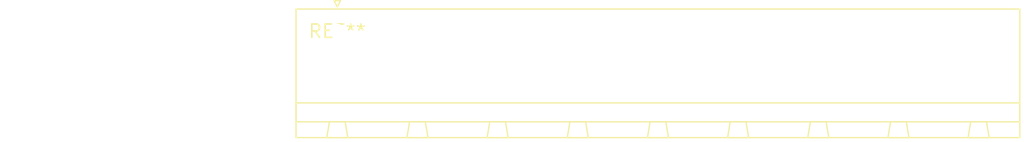
<source format=kicad_pcb>
(kicad_pcb (version 20240108) (generator pcbnew)
  (layers (0 "F.Cu" signal) (31 "B.Cu" signal) (34 "B.Paste" user) (35 "F.Paste" user) (36 "B.SilkS" user "B.Silkscreen") (37 "F.SilkS" user "F.Silkscreen") (38 "B.Mask" user) (39 "F.Mask" user) (44 "Edge.Cuts" user))
  (net 0 "")
  (footprint "PhoenixContact_GMSTBA_2,5_9-G-7,62_1x09_P7.62mm_Horizontal" (layer "F.Cu") (at 0 0)
    (property "Reference" "REF**")
    (property "Value" "PhoenixContact_GMSTBA_2,5_9-G-7,62_1x09_P7.62mm_Horizontal")
    (fp_line (start -3.92 -2.11) (end -3.92 10.11) (layer "F.SilkS") (stroke (width 0.12)))
    (fp_line (start -3.92 6.81) (end 64.88 6.81) (layer "F.SilkS") (stroke (width 0.12)))
    (fp_line (start -3.92 8.61) (end -3.92 6.81) (layer "F.SilkS") (stroke (width 0.12)))
    (fp_line (start -3.92 10.11) (end 64.88 10.11) (layer "F.SilkS") (stroke (width 0.12)))
    (fp_line (start -1 10.11) (end 1 10.11) (layer "F.SilkS") (stroke (width 0.12)))
    (fp_line (start -0.75 8.61) (end -1 10.11) (layer "F.SilkS") (stroke (width 0.12)))
    (fp_line (start -0.3 -2.91) (end 0.3 -2.91) (layer "F.SilkS") (stroke (width 0.12)))
    (fp_line (start 0 -2.31) (end -0.3 -2.91) (layer "F.SilkS") (stroke (width 0.12)))
    (fp_line (start 0.3 -2.91) (end 0 -2.31) (layer "F.SilkS") (stroke (width 0.12)))
    (fp_line (start 0.75 8.61) (end -0.75 8.61) (layer "F.SilkS") (stroke (width 0.12)))
    (fp_line (start 1 10.11) (end 0.75 8.61) (layer "F.SilkS") (stroke (width 0.12)))
    (fp_line (start 6.62 10.11) (end 8.62 10.11) (layer "F.SilkS") (stroke (width 0.12)))
    (fp_line (start 6.87 8.61) (end 6.62 10.11) (layer "F.SilkS") (stroke (width 0.12)))
    (fp_line (start 8.37 8.61) (end 6.87 8.61) (layer "F.SilkS") (stroke (width 0.12)))
    (fp_line (start 8.62 10.11) (end 8.37 8.61) (layer "F.SilkS") (stroke (width 0.12)))
    (fp_line (start 14.24 10.11) (end 16.24 10.11) (layer "F.SilkS") (stroke (width 0.12)))
    (fp_line (start 14.49 8.61) (end 14.24 10.11) (layer "F.SilkS") (stroke (width 0.12)))
    (fp_line (start 15.99 8.61) (end 14.49 8.61) (layer "F.SilkS") (stroke (width 0.12)))
    (fp_line (start 16.24 10.11) (end 15.99 8.61) (layer "F.SilkS") (stroke (width 0.12)))
    (fp_line (start 21.86 10.11) (end 23.86 10.11) (layer "F.SilkS") (stroke (width 0.12)))
    (fp_line (start 22.11 8.61) (end 21.86 10.11) (layer "F.SilkS") (stroke (width 0.12)))
    (fp_line (start 23.61 8.61) (end 22.11 8.61) (layer "F.SilkS") (stroke (width 0.12)))
    (fp_line (start 23.86 10.11) (end 23.61 8.61) (layer "F.SilkS") (stroke (width 0.12)))
    (fp_line (start 29.48 10.11) (end 31.48 10.11) (layer "F.SilkS") (stroke (width 0.12)))
    (fp_line (start 29.73 8.61) (end 29.48 10.11) (layer "F.SilkS") (stroke (width 0.12)))
    (fp_line (start 31.23 8.61) (end 29.73 8.61) (layer "F.SilkS") (stroke (width 0.12)))
    (fp_line (start 31.48 10.11) (end 31.23 8.61) (layer "F.SilkS") (stroke (width 0.12)))
    (fp_line (start 37.1 10.11) (end 39.1 10.11) (layer "F.SilkS") (stroke (width 0.12)))
    (fp_line (start 37.35 8.61) (end 37.1 10.11) (layer "F.SilkS") (stroke (width 0.12)))
    (fp_line (start 38.85 8.61) (end 37.35 8.61) (layer "F.SilkS") (stroke (width 0.12)))
    (fp_line (start 39.1 10.11) (end 38.85 8.61) (layer "F.SilkS") (stroke (width 0.12)))
    (fp_line (start 44.72 10.11) (end 46.72 10.11) (layer "F.SilkS") (stroke (width 0.12)))
    (fp_line (start 44.97 8.61) (end 44.72 10.11) (layer "F.SilkS") (stroke (width 0.12)))
    (fp_line (start 46.47 8.61) (end 44.97 8.61) (layer "F.SilkS") (stroke (width 0.12)))
    (fp_line (start 46.72 10.11) (end 46.47 8.61) (layer "F.SilkS") (stroke (width 0.12)))
    (fp_line (start 52.34 10.11) (end 54.34 10.11) (layer "F.SilkS") (stroke (width 0.12)))
    (fp_line (start 52.59 8.61) (end 52.34 10.11) (layer "F.SilkS") (stroke (width 0.12)))
    (fp_line (start 54.09 8.61) (end 52.59 8.61) (layer "F.SilkS") (stroke (width 0.12)))
    (fp_line (start 54.34 10.11) (end 54.09 8.61) (layer "F.SilkS") (stroke (width 0.12)))
    (fp_line (start 59.96 10.11) (end 61.96 10.11) (layer "F.SilkS") (stroke (width 0.12)))
    (fp_line (start 60.21 8.61) (end 59.96 10.11) (layer "F.SilkS") (stroke (width 0.12)))
    (fp_line (start 61.71 8.61) (end 60.21 8.61) (layer "F.SilkS") (stroke (width 0.12)))
    (fp_line (start 61.96 10.11) (end 61.71 8.61) (layer "F.SilkS") (stroke (width 0.12)))
    (fp_line (start 64.88 -2.11) (end -3.92 -2.11) (layer "F.SilkS") (stroke (width 0.12)))
    (fp_line (start 64.88 6.81) (end 64.88 8.61) (layer "F.SilkS") (stroke (width 0.12)))
    (fp_line (start 64.88 8.61) (end -3.92 8.61) (layer "F.SilkS") (stroke (width 0.12)))
    (fp_line (start 64.88 10.11) (end 64.88 -2.11) (layer "F.SilkS") (stroke (width 0.12)))
    (pad "1" thru_hole roundrect (at 0 0) (size 2.1 3.6) (drill 1.4) (layers *.Cu *.Mask) (remove_unused_layers) (roundrect_rratio 0.119048))
    (pad "2" thru_hole oval (at 7.62 0) (size 2.1 3.6) (drill 1.4) (layers *.Cu *.Mask) (remove_unused_layers))
    (pad "3" thru_hole oval (at 15.24 0) (size 2.1 3.6) (drill 1.4) (layers *.Cu *.Mask) (remove_unused_layers))
    (pad "4" thru_hole oval (at 22.86 0) (size 2.1 3.6) (drill 1.4) (layers *.Cu *.Mask) (remove_unused_layers))
    (pad "5" thru_hole oval (at 30.48 0) (size 2.1 3.6) (drill 1.4) (layers *.Cu *.Mask) (remove_unused_layers))
    (pad "6" thru_hole oval (at 38.1 0) (size 2.1 3.6) (drill 1.4) (layers *.Cu *.Mask) (remove_unused_layers))
    (pad "7" thru_hole oval (at 45.72 0) (size 2.1 3.6) (drill 1.4) (layers *.Cu *.Mask) (remove_unused_layers))
    (pad "8" thru_hole oval (at 53.34 0) (size 2.1 3.6) (drill 1.4) (layers *.Cu *.Mask) (remove_unused_layers))
    (pad "9" thru_hole oval (at 60.96 0) (size 2.1 3.6) (drill 1.4) (layers *.Cu *.Mask) (remove_unused_layers))
  )
)
</source>
